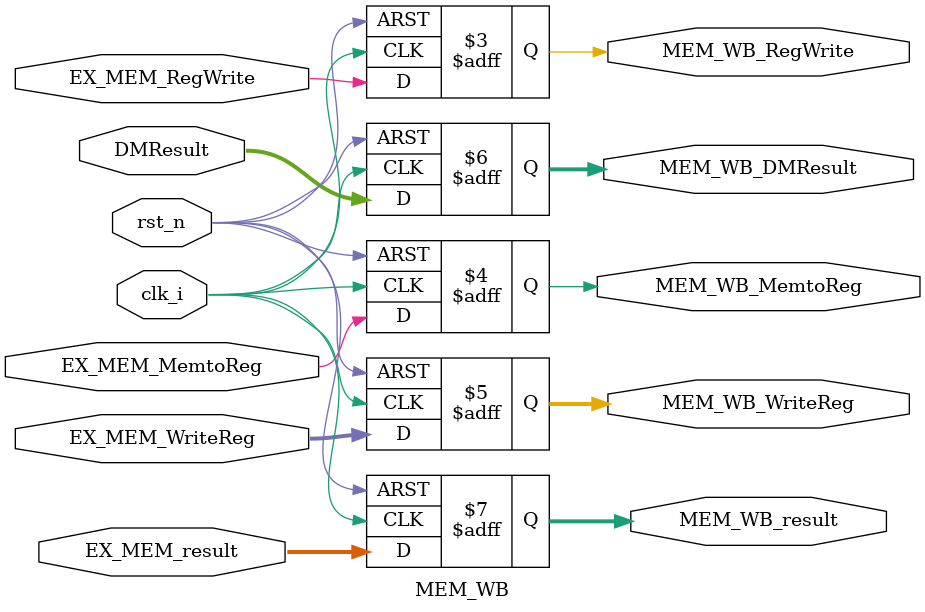
<source format=v>
module MEM_WB(
		  clk_i,
		  rst_n,
		  EX_MEM_RegWrite,
		  EX_MEM_MemtoReg,
		  EX_MEM_WriteReg,
		  DMResult,
		  EX_MEM_result,
		  MEM_WB_RegWrite,
		  MEM_WB_MemtoReg,
		  MEM_WB_WriteReg,
		  MEM_WB_DMResult,
		  MEM_WB_result
		  );
		  
input clk_i;
input rst_n;
input EX_MEM_RegWrite;
input EX_MEM_MemtoReg;
input [4:0] EX_MEM_WriteReg;
input [31:0] DMResult;
input [31:0] EX_MEM_result;
output MEM_WB_RegWrite;
output MEM_WB_MemtoReg;
output [4:0] MEM_WB_WriteReg;
output [31:0] MEM_WB_DMResult;
output [31:0] MEM_WB_result;

reg MEM_WB_RegWrite;
reg MEM_WB_MemtoReg;
reg [4:0] MEM_WB_WriteReg;
reg [31:0] MEM_WB_DMResult;
reg [31:0] MEM_WB_result;

always @(posedge clk_i or negedge rst_n) begin
   if(~rst_n) begin
		  MEM_WB_RegWrite <= 0;
		  MEM_WB_MemtoReg <= 0;
		  MEM_WB_WriteReg <= 0;
		  MEM_WB_DMResult <= 0;
		  MEM_WB_result <= 0;
	end
	else begin
		  MEM_WB_RegWrite <= EX_MEM_RegWrite;
		  MEM_WB_MemtoReg <= EX_MEM_MemtoReg;
		  MEM_WB_WriteReg <= EX_MEM_WriteReg;
		  MEM_WB_DMResult <= DMResult;
		  MEM_WB_result <= EX_MEM_result;
	end
end


endmodule

</source>
